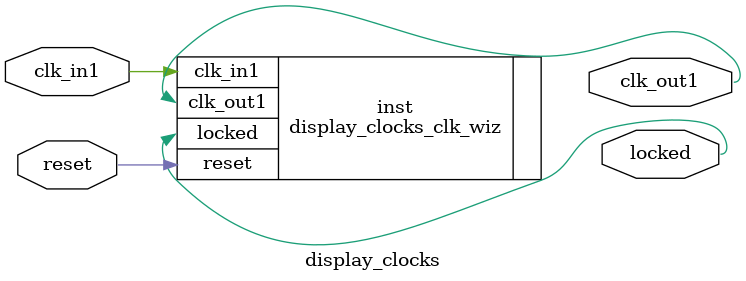
<source format=v>


`timescale 1ps/1ps

(* CORE_GENERATION_INFO = "display_clocks,clk_wiz_v6_0_1_0_0,{component_name=display_clocks,use_phase_alignment=true,use_min_o_jitter=false,use_max_i_jitter=false,use_dyn_phase_shift=false,use_inclk_switchover=false,use_dyn_reconfig=false,enable_axi=0,feedback_source=FDBK_AUTO,PRIMITIVE=PLL,num_out_clk=1,clkin1_period=10.000,clkin2_period=10.000,use_power_down=false,use_reset=true,use_locked=true,use_inclk_stopped=false,feedback_type=SINGLE,CLOCK_MGR_TYPE=NA,manual_override=false}" *)

module display_clocks 
 (
  // Clock out ports
  output        clk_out1,
  // Status and control signals
  input         reset,
  output        locked,
 // Clock in ports
  input         clk_in1
 );

  display_clocks_clk_wiz inst
  (
  // Clock out ports  
  .clk_out1(clk_out1),
  // Status and control signals               
  .reset(reset), 
  .locked(locked),
 // Clock in ports
  .clk_in1(clk_in1)
  );

endmodule

</source>
